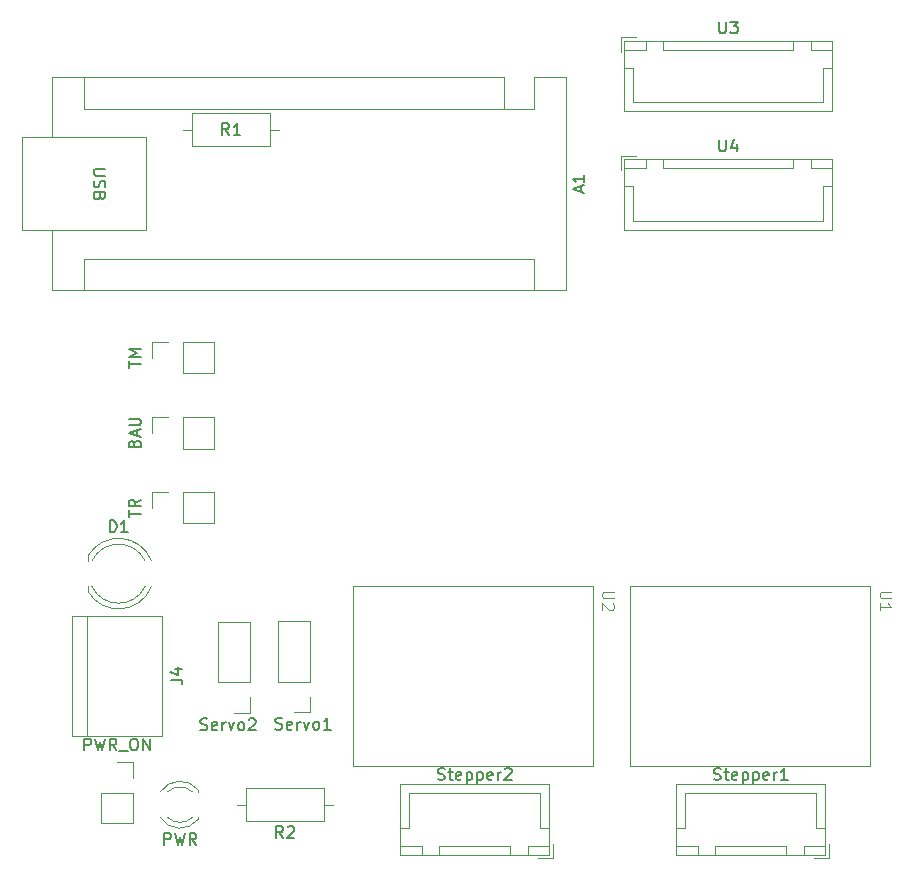
<source format=gbr>
%TF.GenerationSoftware,KiCad,Pcbnew,9.0.0*%
%TF.CreationDate,2025-03-23T18:07:52+01:00*%
%TF.ProjectId,Board_PAMI,426f6172-645f-4504-914d-492e6b696361,V2*%
%TF.SameCoordinates,Original*%
%TF.FileFunction,Legend,Top*%
%TF.FilePolarity,Positive*%
%FSLAX46Y46*%
G04 Gerber Fmt 4.6, Leading zero omitted, Abs format (unit mm)*
G04 Created by KiCad (PCBNEW 9.0.0) date 2025-03-23 18:07:52*
%MOMM*%
%LPD*%
G01*
G04 APERTURE LIST*
%ADD10C,0.150000*%
%ADD11C,0.100000*%
%ADD12C,0.120000*%
G04 APERTURE END LIST*
D10*
X177988095Y-57904819D02*
X177988095Y-58714342D01*
X177988095Y-58714342D02*
X178035714Y-58809580D01*
X178035714Y-58809580D02*
X178083333Y-58857200D01*
X178083333Y-58857200D02*
X178178571Y-58904819D01*
X178178571Y-58904819D02*
X178369047Y-58904819D01*
X178369047Y-58904819D02*
X178464285Y-58857200D01*
X178464285Y-58857200D02*
X178511904Y-58809580D01*
X178511904Y-58809580D02*
X178559523Y-58714342D01*
X178559523Y-58714342D02*
X178559523Y-57904819D01*
X178940476Y-57904819D02*
X179559523Y-57904819D01*
X179559523Y-57904819D02*
X179226190Y-58285771D01*
X179226190Y-58285771D02*
X179369047Y-58285771D01*
X179369047Y-58285771D02*
X179464285Y-58333390D01*
X179464285Y-58333390D02*
X179511904Y-58381009D01*
X179511904Y-58381009D02*
X179559523Y-58476247D01*
X179559523Y-58476247D02*
X179559523Y-58714342D01*
X179559523Y-58714342D02*
X179511904Y-58809580D01*
X179511904Y-58809580D02*
X179464285Y-58857200D01*
X179464285Y-58857200D02*
X179369047Y-58904819D01*
X179369047Y-58904819D02*
X179083333Y-58904819D01*
X179083333Y-58904819D02*
X178988095Y-58857200D01*
X178988095Y-58857200D02*
X178940476Y-58809580D01*
X128479009Y-93618952D02*
X128526628Y-93476095D01*
X128526628Y-93476095D02*
X128574247Y-93428476D01*
X128574247Y-93428476D02*
X128669485Y-93380857D01*
X128669485Y-93380857D02*
X128812342Y-93380857D01*
X128812342Y-93380857D02*
X128907580Y-93428476D01*
X128907580Y-93428476D02*
X128955200Y-93476095D01*
X128955200Y-93476095D02*
X129002819Y-93571333D01*
X129002819Y-93571333D02*
X129002819Y-93952285D01*
X129002819Y-93952285D02*
X128002819Y-93952285D01*
X128002819Y-93952285D02*
X128002819Y-93618952D01*
X128002819Y-93618952D02*
X128050438Y-93523714D01*
X128050438Y-93523714D02*
X128098057Y-93476095D01*
X128098057Y-93476095D02*
X128193295Y-93428476D01*
X128193295Y-93428476D02*
X128288533Y-93428476D01*
X128288533Y-93428476D02*
X128383771Y-93476095D01*
X128383771Y-93476095D02*
X128431390Y-93523714D01*
X128431390Y-93523714D02*
X128479009Y-93618952D01*
X128479009Y-93618952D02*
X128479009Y-93952285D01*
X128717104Y-92999904D02*
X128717104Y-92523714D01*
X129002819Y-93095142D02*
X128002819Y-92761809D01*
X128002819Y-92761809D02*
X129002819Y-92428476D01*
X128002819Y-92095142D02*
X128812342Y-92095142D01*
X128812342Y-92095142D02*
X128907580Y-92047523D01*
X128907580Y-92047523D02*
X128955200Y-91999904D01*
X128955200Y-91999904D02*
X129002819Y-91904666D01*
X129002819Y-91904666D02*
X129002819Y-91714190D01*
X129002819Y-91714190D02*
X128955200Y-91618952D01*
X128955200Y-91618952D02*
X128907580Y-91571333D01*
X128907580Y-91571333D02*
X128812342Y-91523714D01*
X128812342Y-91523714D02*
X128002819Y-91523714D01*
X131534819Y-113617333D02*
X132249104Y-113617333D01*
X132249104Y-113617333D02*
X132391961Y-113664952D01*
X132391961Y-113664952D02*
X132487200Y-113760190D01*
X132487200Y-113760190D02*
X132534819Y-113903047D01*
X132534819Y-113903047D02*
X132534819Y-113998285D01*
X131868152Y-112712571D02*
X132534819Y-112712571D01*
X131487200Y-112950666D02*
X132201485Y-113188761D01*
X132201485Y-113188761D02*
X132201485Y-112569714D01*
X124238095Y-119604819D02*
X124238095Y-118604819D01*
X124238095Y-118604819D02*
X124619047Y-118604819D01*
X124619047Y-118604819D02*
X124714285Y-118652438D01*
X124714285Y-118652438D02*
X124761904Y-118700057D01*
X124761904Y-118700057D02*
X124809523Y-118795295D01*
X124809523Y-118795295D02*
X124809523Y-118938152D01*
X124809523Y-118938152D02*
X124761904Y-119033390D01*
X124761904Y-119033390D02*
X124714285Y-119081009D01*
X124714285Y-119081009D02*
X124619047Y-119128628D01*
X124619047Y-119128628D02*
X124238095Y-119128628D01*
X125142857Y-118604819D02*
X125380952Y-119604819D01*
X125380952Y-119604819D02*
X125571428Y-118890533D01*
X125571428Y-118890533D02*
X125761904Y-119604819D01*
X125761904Y-119604819D02*
X126000000Y-118604819D01*
X126952380Y-119604819D02*
X126619047Y-119128628D01*
X126380952Y-119604819D02*
X126380952Y-118604819D01*
X126380952Y-118604819D02*
X126761904Y-118604819D01*
X126761904Y-118604819D02*
X126857142Y-118652438D01*
X126857142Y-118652438D02*
X126904761Y-118700057D01*
X126904761Y-118700057D02*
X126952380Y-118795295D01*
X126952380Y-118795295D02*
X126952380Y-118938152D01*
X126952380Y-118938152D02*
X126904761Y-119033390D01*
X126904761Y-119033390D02*
X126857142Y-119081009D01*
X126857142Y-119081009D02*
X126761904Y-119128628D01*
X126761904Y-119128628D02*
X126380952Y-119128628D01*
X127142857Y-119700057D02*
X127904761Y-119700057D01*
X128333333Y-118604819D02*
X128523809Y-118604819D01*
X128523809Y-118604819D02*
X128619047Y-118652438D01*
X128619047Y-118652438D02*
X128714285Y-118747676D01*
X128714285Y-118747676D02*
X128761904Y-118938152D01*
X128761904Y-118938152D02*
X128761904Y-119271485D01*
X128761904Y-119271485D02*
X128714285Y-119461961D01*
X128714285Y-119461961D02*
X128619047Y-119557200D01*
X128619047Y-119557200D02*
X128523809Y-119604819D01*
X128523809Y-119604819D02*
X128333333Y-119604819D01*
X128333333Y-119604819D02*
X128238095Y-119557200D01*
X128238095Y-119557200D02*
X128142857Y-119461961D01*
X128142857Y-119461961D02*
X128095238Y-119271485D01*
X128095238Y-119271485D02*
X128095238Y-118938152D01*
X128095238Y-118938152D02*
X128142857Y-118747676D01*
X128142857Y-118747676D02*
X128238095Y-118652438D01*
X128238095Y-118652438D02*
X128333333Y-118604819D01*
X129190476Y-119604819D02*
X129190476Y-118604819D01*
X129190476Y-118604819D02*
X129761904Y-119604819D01*
X129761904Y-119604819D02*
X129761904Y-118604819D01*
X128002819Y-87217142D02*
X128002819Y-86645714D01*
X129002819Y-86931428D02*
X128002819Y-86931428D01*
X129002819Y-86312380D02*
X128002819Y-86312380D01*
X128002819Y-86312380D02*
X128717104Y-85979047D01*
X128717104Y-85979047D02*
X128002819Y-85645714D01*
X128002819Y-85645714D02*
X129002819Y-85645714D01*
D11*
X192566580Y-106172095D02*
X191757057Y-106172095D01*
X191757057Y-106172095D02*
X191661819Y-106219714D01*
X191661819Y-106219714D02*
X191614200Y-106267333D01*
X191614200Y-106267333D02*
X191566580Y-106362571D01*
X191566580Y-106362571D02*
X191566580Y-106553047D01*
X191566580Y-106553047D02*
X191614200Y-106648285D01*
X191614200Y-106648285D02*
X191661819Y-106695904D01*
X191661819Y-106695904D02*
X191757057Y-106743523D01*
X191757057Y-106743523D02*
X192566580Y-106743523D01*
X191566580Y-107743523D02*
X191566580Y-107172095D01*
X191566580Y-107457809D02*
X192566580Y-107457809D01*
X192566580Y-107457809D02*
X192423723Y-107362571D01*
X192423723Y-107362571D02*
X192328485Y-107267333D01*
X192328485Y-107267333D02*
X192280866Y-107172095D01*
D10*
X126388905Y-101142819D02*
X126388905Y-100142819D01*
X126388905Y-100142819D02*
X126627000Y-100142819D01*
X126627000Y-100142819D02*
X126769857Y-100190438D01*
X126769857Y-100190438D02*
X126865095Y-100285676D01*
X126865095Y-100285676D02*
X126912714Y-100380914D01*
X126912714Y-100380914D02*
X126960333Y-100571390D01*
X126960333Y-100571390D02*
X126960333Y-100714247D01*
X126960333Y-100714247D02*
X126912714Y-100904723D01*
X126912714Y-100904723D02*
X126865095Y-100999961D01*
X126865095Y-100999961D02*
X126769857Y-101095200D01*
X126769857Y-101095200D02*
X126627000Y-101142819D01*
X126627000Y-101142819D02*
X126388905Y-101142819D01*
X127912714Y-101142819D02*
X127341286Y-101142819D01*
X127627000Y-101142819D02*
X127627000Y-100142819D01*
X127627000Y-100142819D02*
X127531762Y-100285676D01*
X127531762Y-100285676D02*
X127436524Y-100380914D01*
X127436524Y-100380914D02*
X127341286Y-100428533D01*
X154166952Y-122073200D02*
X154309809Y-122120819D01*
X154309809Y-122120819D02*
X154547904Y-122120819D01*
X154547904Y-122120819D02*
X154643142Y-122073200D01*
X154643142Y-122073200D02*
X154690761Y-122025580D01*
X154690761Y-122025580D02*
X154738380Y-121930342D01*
X154738380Y-121930342D02*
X154738380Y-121835104D01*
X154738380Y-121835104D02*
X154690761Y-121739866D01*
X154690761Y-121739866D02*
X154643142Y-121692247D01*
X154643142Y-121692247D02*
X154547904Y-121644628D01*
X154547904Y-121644628D02*
X154357428Y-121597009D01*
X154357428Y-121597009D02*
X154262190Y-121549390D01*
X154262190Y-121549390D02*
X154214571Y-121501771D01*
X154214571Y-121501771D02*
X154166952Y-121406533D01*
X154166952Y-121406533D02*
X154166952Y-121311295D01*
X154166952Y-121311295D02*
X154214571Y-121216057D01*
X154214571Y-121216057D02*
X154262190Y-121168438D01*
X154262190Y-121168438D02*
X154357428Y-121120819D01*
X154357428Y-121120819D02*
X154595523Y-121120819D01*
X154595523Y-121120819D02*
X154738380Y-121168438D01*
X155024095Y-121454152D02*
X155405047Y-121454152D01*
X155166952Y-121120819D02*
X155166952Y-121977961D01*
X155166952Y-121977961D02*
X155214571Y-122073200D01*
X155214571Y-122073200D02*
X155309809Y-122120819D01*
X155309809Y-122120819D02*
X155405047Y-122120819D01*
X156119333Y-122073200D02*
X156024095Y-122120819D01*
X156024095Y-122120819D02*
X155833619Y-122120819D01*
X155833619Y-122120819D02*
X155738381Y-122073200D01*
X155738381Y-122073200D02*
X155690762Y-121977961D01*
X155690762Y-121977961D02*
X155690762Y-121597009D01*
X155690762Y-121597009D02*
X155738381Y-121501771D01*
X155738381Y-121501771D02*
X155833619Y-121454152D01*
X155833619Y-121454152D02*
X156024095Y-121454152D01*
X156024095Y-121454152D02*
X156119333Y-121501771D01*
X156119333Y-121501771D02*
X156166952Y-121597009D01*
X156166952Y-121597009D02*
X156166952Y-121692247D01*
X156166952Y-121692247D02*
X155690762Y-121787485D01*
X156595524Y-121454152D02*
X156595524Y-122454152D01*
X156595524Y-121501771D02*
X156690762Y-121454152D01*
X156690762Y-121454152D02*
X156881238Y-121454152D01*
X156881238Y-121454152D02*
X156976476Y-121501771D01*
X156976476Y-121501771D02*
X157024095Y-121549390D01*
X157024095Y-121549390D02*
X157071714Y-121644628D01*
X157071714Y-121644628D02*
X157071714Y-121930342D01*
X157071714Y-121930342D02*
X157024095Y-122025580D01*
X157024095Y-122025580D02*
X156976476Y-122073200D01*
X156976476Y-122073200D02*
X156881238Y-122120819D01*
X156881238Y-122120819D02*
X156690762Y-122120819D01*
X156690762Y-122120819D02*
X156595524Y-122073200D01*
X157500286Y-121454152D02*
X157500286Y-122454152D01*
X157500286Y-121501771D02*
X157595524Y-121454152D01*
X157595524Y-121454152D02*
X157786000Y-121454152D01*
X157786000Y-121454152D02*
X157881238Y-121501771D01*
X157881238Y-121501771D02*
X157928857Y-121549390D01*
X157928857Y-121549390D02*
X157976476Y-121644628D01*
X157976476Y-121644628D02*
X157976476Y-121930342D01*
X157976476Y-121930342D02*
X157928857Y-122025580D01*
X157928857Y-122025580D02*
X157881238Y-122073200D01*
X157881238Y-122073200D02*
X157786000Y-122120819D01*
X157786000Y-122120819D02*
X157595524Y-122120819D01*
X157595524Y-122120819D02*
X157500286Y-122073200D01*
X158786000Y-122073200D02*
X158690762Y-122120819D01*
X158690762Y-122120819D02*
X158500286Y-122120819D01*
X158500286Y-122120819D02*
X158405048Y-122073200D01*
X158405048Y-122073200D02*
X158357429Y-121977961D01*
X158357429Y-121977961D02*
X158357429Y-121597009D01*
X158357429Y-121597009D02*
X158405048Y-121501771D01*
X158405048Y-121501771D02*
X158500286Y-121454152D01*
X158500286Y-121454152D02*
X158690762Y-121454152D01*
X158690762Y-121454152D02*
X158786000Y-121501771D01*
X158786000Y-121501771D02*
X158833619Y-121597009D01*
X158833619Y-121597009D02*
X158833619Y-121692247D01*
X158833619Y-121692247D02*
X158357429Y-121787485D01*
X159262191Y-122120819D02*
X159262191Y-121454152D01*
X159262191Y-121644628D02*
X159309810Y-121549390D01*
X159309810Y-121549390D02*
X159357429Y-121501771D01*
X159357429Y-121501771D02*
X159452667Y-121454152D01*
X159452667Y-121454152D02*
X159547905Y-121454152D01*
X159833620Y-121216057D02*
X159881239Y-121168438D01*
X159881239Y-121168438D02*
X159976477Y-121120819D01*
X159976477Y-121120819D02*
X160214572Y-121120819D01*
X160214572Y-121120819D02*
X160309810Y-121168438D01*
X160309810Y-121168438D02*
X160357429Y-121216057D01*
X160357429Y-121216057D02*
X160405048Y-121311295D01*
X160405048Y-121311295D02*
X160405048Y-121406533D01*
X160405048Y-121406533D02*
X160357429Y-121549390D01*
X160357429Y-121549390D02*
X159786001Y-122120819D01*
X159786001Y-122120819D02*
X160405048Y-122120819D01*
X136485333Y-67510819D02*
X136152000Y-67034628D01*
X135913905Y-67510819D02*
X135913905Y-66510819D01*
X135913905Y-66510819D02*
X136294857Y-66510819D01*
X136294857Y-66510819D02*
X136390095Y-66558438D01*
X136390095Y-66558438D02*
X136437714Y-66606057D01*
X136437714Y-66606057D02*
X136485333Y-66701295D01*
X136485333Y-66701295D02*
X136485333Y-66844152D01*
X136485333Y-66844152D02*
X136437714Y-66939390D01*
X136437714Y-66939390D02*
X136390095Y-66987009D01*
X136390095Y-66987009D02*
X136294857Y-67034628D01*
X136294857Y-67034628D02*
X135913905Y-67034628D01*
X137437714Y-67510819D02*
X136866286Y-67510819D01*
X137152000Y-67510819D02*
X137152000Y-66510819D01*
X137152000Y-66510819D02*
X137056762Y-66653676D01*
X137056762Y-66653676D02*
X136961524Y-66748914D01*
X136961524Y-66748914D02*
X136866286Y-66796533D01*
X131000667Y-127620819D02*
X131000667Y-126620819D01*
X131000667Y-126620819D02*
X131381619Y-126620819D01*
X131381619Y-126620819D02*
X131476857Y-126668438D01*
X131476857Y-126668438D02*
X131524476Y-126716057D01*
X131524476Y-126716057D02*
X131572095Y-126811295D01*
X131572095Y-126811295D02*
X131572095Y-126954152D01*
X131572095Y-126954152D02*
X131524476Y-127049390D01*
X131524476Y-127049390D02*
X131476857Y-127097009D01*
X131476857Y-127097009D02*
X131381619Y-127144628D01*
X131381619Y-127144628D02*
X131000667Y-127144628D01*
X131905429Y-126620819D02*
X132143524Y-127620819D01*
X132143524Y-127620819D02*
X132334000Y-126906533D01*
X132334000Y-126906533D02*
X132524476Y-127620819D01*
X132524476Y-127620819D02*
X132762572Y-126620819D01*
X133714952Y-127620819D02*
X133381619Y-127144628D01*
X133143524Y-127620819D02*
X133143524Y-126620819D01*
X133143524Y-126620819D02*
X133524476Y-126620819D01*
X133524476Y-126620819D02*
X133619714Y-126668438D01*
X133619714Y-126668438D02*
X133667333Y-126716057D01*
X133667333Y-126716057D02*
X133714952Y-126811295D01*
X133714952Y-126811295D02*
X133714952Y-126954152D01*
X133714952Y-126954152D02*
X133667333Y-127049390D01*
X133667333Y-127049390D02*
X133619714Y-127097009D01*
X133619714Y-127097009D02*
X133524476Y-127144628D01*
X133524476Y-127144628D02*
X133143524Y-127144628D01*
X177534952Y-122073200D02*
X177677809Y-122120819D01*
X177677809Y-122120819D02*
X177915904Y-122120819D01*
X177915904Y-122120819D02*
X178011142Y-122073200D01*
X178011142Y-122073200D02*
X178058761Y-122025580D01*
X178058761Y-122025580D02*
X178106380Y-121930342D01*
X178106380Y-121930342D02*
X178106380Y-121835104D01*
X178106380Y-121835104D02*
X178058761Y-121739866D01*
X178058761Y-121739866D02*
X178011142Y-121692247D01*
X178011142Y-121692247D02*
X177915904Y-121644628D01*
X177915904Y-121644628D02*
X177725428Y-121597009D01*
X177725428Y-121597009D02*
X177630190Y-121549390D01*
X177630190Y-121549390D02*
X177582571Y-121501771D01*
X177582571Y-121501771D02*
X177534952Y-121406533D01*
X177534952Y-121406533D02*
X177534952Y-121311295D01*
X177534952Y-121311295D02*
X177582571Y-121216057D01*
X177582571Y-121216057D02*
X177630190Y-121168438D01*
X177630190Y-121168438D02*
X177725428Y-121120819D01*
X177725428Y-121120819D02*
X177963523Y-121120819D01*
X177963523Y-121120819D02*
X178106380Y-121168438D01*
X178392095Y-121454152D02*
X178773047Y-121454152D01*
X178534952Y-121120819D02*
X178534952Y-121977961D01*
X178534952Y-121977961D02*
X178582571Y-122073200D01*
X178582571Y-122073200D02*
X178677809Y-122120819D01*
X178677809Y-122120819D02*
X178773047Y-122120819D01*
X179487333Y-122073200D02*
X179392095Y-122120819D01*
X179392095Y-122120819D02*
X179201619Y-122120819D01*
X179201619Y-122120819D02*
X179106381Y-122073200D01*
X179106381Y-122073200D02*
X179058762Y-121977961D01*
X179058762Y-121977961D02*
X179058762Y-121597009D01*
X179058762Y-121597009D02*
X179106381Y-121501771D01*
X179106381Y-121501771D02*
X179201619Y-121454152D01*
X179201619Y-121454152D02*
X179392095Y-121454152D01*
X179392095Y-121454152D02*
X179487333Y-121501771D01*
X179487333Y-121501771D02*
X179534952Y-121597009D01*
X179534952Y-121597009D02*
X179534952Y-121692247D01*
X179534952Y-121692247D02*
X179058762Y-121787485D01*
X179963524Y-121454152D02*
X179963524Y-122454152D01*
X179963524Y-121501771D02*
X180058762Y-121454152D01*
X180058762Y-121454152D02*
X180249238Y-121454152D01*
X180249238Y-121454152D02*
X180344476Y-121501771D01*
X180344476Y-121501771D02*
X180392095Y-121549390D01*
X180392095Y-121549390D02*
X180439714Y-121644628D01*
X180439714Y-121644628D02*
X180439714Y-121930342D01*
X180439714Y-121930342D02*
X180392095Y-122025580D01*
X180392095Y-122025580D02*
X180344476Y-122073200D01*
X180344476Y-122073200D02*
X180249238Y-122120819D01*
X180249238Y-122120819D02*
X180058762Y-122120819D01*
X180058762Y-122120819D02*
X179963524Y-122073200D01*
X180868286Y-121454152D02*
X180868286Y-122454152D01*
X180868286Y-121501771D02*
X180963524Y-121454152D01*
X180963524Y-121454152D02*
X181154000Y-121454152D01*
X181154000Y-121454152D02*
X181249238Y-121501771D01*
X181249238Y-121501771D02*
X181296857Y-121549390D01*
X181296857Y-121549390D02*
X181344476Y-121644628D01*
X181344476Y-121644628D02*
X181344476Y-121930342D01*
X181344476Y-121930342D02*
X181296857Y-122025580D01*
X181296857Y-122025580D02*
X181249238Y-122073200D01*
X181249238Y-122073200D02*
X181154000Y-122120819D01*
X181154000Y-122120819D02*
X180963524Y-122120819D01*
X180963524Y-122120819D02*
X180868286Y-122073200D01*
X182154000Y-122073200D02*
X182058762Y-122120819D01*
X182058762Y-122120819D02*
X181868286Y-122120819D01*
X181868286Y-122120819D02*
X181773048Y-122073200D01*
X181773048Y-122073200D02*
X181725429Y-121977961D01*
X181725429Y-121977961D02*
X181725429Y-121597009D01*
X181725429Y-121597009D02*
X181773048Y-121501771D01*
X181773048Y-121501771D02*
X181868286Y-121454152D01*
X181868286Y-121454152D02*
X182058762Y-121454152D01*
X182058762Y-121454152D02*
X182154000Y-121501771D01*
X182154000Y-121501771D02*
X182201619Y-121597009D01*
X182201619Y-121597009D02*
X182201619Y-121692247D01*
X182201619Y-121692247D02*
X181725429Y-121787485D01*
X182630191Y-122120819D02*
X182630191Y-121454152D01*
X182630191Y-121644628D02*
X182677810Y-121549390D01*
X182677810Y-121549390D02*
X182725429Y-121501771D01*
X182725429Y-121501771D02*
X182820667Y-121454152D01*
X182820667Y-121454152D02*
X182915905Y-121454152D01*
X183773048Y-122120819D02*
X183201620Y-122120819D01*
X183487334Y-122120819D02*
X183487334Y-121120819D01*
X183487334Y-121120819D02*
X183392096Y-121263676D01*
X183392096Y-121263676D02*
X183296858Y-121358914D01*
X183296858Y-121358914D02*
X183201620Y-121406533D01*
D11*
X169072580Y-106172095D02*
X168263057Y-106172095D01*
X168263057Y-106172095D02*
X168167819Y-106219714D01*
X168167819Y-106219714D02*
X168120200Y-106267333D01*
X168120200Y-106267333D02*
X168072580Y-106362571D01*
X168072580Y-106362571D02*
X168072580Y-106553047D01*
X168072580Y-106553047D02*
X168120200Y-106648285D01*
X168120200Y-106648285D02*
X168167819Y-106695904D01*
X168167819Y-106695904D02*
X168263057Y-106743523D01*
X168263057Y-106743523D02*
X169072580Y-106743523D01*
X168977342Y-107172095D02*
X169024961Y-107219714D01*
X169024961Y-107219714D02*
X169072580Y-107314952D01*
X169072580Y-107314952D02*
X169072580Y-107553047D01*
X169072580Y-107553047D02*
X169024961Y-107648285D01*
X169024961Y-107648285D02*
X168977342Y-107695904D01*
X168977342Y-107695904D02*
X168882104Y-107743523D01*
X168882104Y-107743523D02*
X168786866Y-107743523D01*
X168786866Y-107743523D02*
X168644009Y-107695904D01*
X168644009Y-107695904D02*
X168072580Y-107124476D01*
X168072580Y-107124476D02*
X168072580Y-107743523D01*
D10*
X140414666Y-117799200D02*
X140557523Y-117846819D01*
X140557523Y-117846819D02*
X140795618Y-117846819D01*
X140795618Y-117846819D02*
X140890856Y-117799200D01*
X140890856Y-117799200D02*
X140938475Y-117751580D01*
X140938475Y-117751580D02*
X140986094Y-117656342D01*
X140986094Y-117656342D02*
X140986094Y-117561104D01*
X140986094Y-117561104D02*
X140938475Y-117465866D01*
X140938475Y-117465866D02*
X140890856Y-117418247D01*
X140890856Y-117418247D02*
X140795618Y-117370628D01*
X140795618Y-117370628D02*
X140605142Y-117323009D01*
X140605142Y-117323009D02*
X140509904Y-117275390D01*
X140509904Y-117275390D02*
X140462285Y-117227771D01*
X140462285Y-117227771D02*
X140414666Y-117132533D01*
X140414666Y-117132533D02*
X140414666Y-117037295D01*
X140414666Y-117037295D02*
X140462285Y-116942057D01*
X140462285Y-116942057D02*
X140509904Y-116894438D01*
X140509904Y-116894438D02*
X140605142Y-116846819D01*
X140605142Y-116846819D02*
X140843237Y-116846819D01*
X140843237Y-116846819D02*
X140986094Y-116894438D01*
X141795618Y-117799200D02*
X141700380Y-117846819D01*
X141700380Y-117846819D02*
X141509904Y-117846819D01*
X141509904Y-117846819D02*
X141414666Y-117799200D01*
X141414666Y-117799200D02*
X141367047Y-117703961D01*
X141367047Y-117703961D02*
X141367047Y-117323009D01*
X141367047Y-117323009D02*
X141414666Y-117227771D01*
X141414666Y-117227771D02*
X141509904Y-117180152D01*
X141509904Y-117180152D02*
X141700380Y-117180152D01*
X141700380Y-117180152D02*
X141795618Y-117227771D01*
X141795618Y-117227771D02*
X141843237Y-117323009D01*
X141843237Y-117323009D02*
X141843237Y-117418247D01*
X141843237Y-117418247D02*
X141367047Y-117513485D01*
X142271809Y-117846819D02*
X142271809Y-117180152D01*
X142271809Y-117370628D02*
X142319428Y-117275390D01*
X142319428Y-117275390D02*
X142367047Y-117227771D01*
X142367047Y-117227771D02*
X142462285Y-117180152D01*
X142462285Y-117180152D02*
X142557523Y-117180152D01*
X142795619Y-117180152D02*
X143033714Y-117846819D01*
X143033714Y-117846819D02*
X143271809Y-117180152D01*
X143795619Y-117846819D02*
X143700381Y-117799200D01*
X143700381Y-117799200D02*
X143652762Y-117751580D01*
X143652762Y-117751580D02*
X143605143Y-117656342D01*
X143605143Y-117656342D02*
X143605143Y-117370628D01*
X143605143Y-117370628D02*
X143652762Y-117275390D01*
X143652762Y-117275390D02*
X143700381Y-117227771D01*
X143700381Y-117227771D02*
X143795619Y-117180152D01*
X143795619Y-117180152D02*
X143938476Y-117180152D01*
X143938476Y-117180152D02*
X144033714Y-117227771D01*
X144033714Y-117227771D02*
X144081333Y-117275390D01*
X144081333Y-117275390D02*
X144128952Y-117370628D01*
X144128952Y-117370628D02*
X144128952Y-117656342D01*
X144128952Y-117656342D02*
X144081333Y-117751580D01*
X144081333Y-117751580D02*
X144033714Y-117799200D01*
X144033714Y-117799200D02*
X143938476Y-117846819D01*
X143938476Y-117846819D02*
X143795619Y-117846819D01*
X145081333Y-117846819D02*
X144509905Y-117846819D01*
X144795619Y-117846819D02*
X144795619Y-116846819D01*
X144795619Y-116846819D02*
X144700381Y-116989676D01*
X144700381Y-116989676D02*
X144605143Y-117084914D01*
X144605143Y-117084914D02*
X144509905Y-117132533D01*
X134064666Y-117861200D02*
X134207523Y-117908819D01*
X134207523Y-117908819D02*
X134445618Y-117908819D01*
X134445618Y-117908819D02*
X134540856Y-117861200D01*
X134540856Y-117861200D02*
X134588475Y-117813580D01*
X134588475Y-117813580D02*
X134636094Y-117718342D01*
X134636094Y-117718342D02*
X134636094Y-117623104D01*
X134636094Y-117623104D02*
X134588475Y-117527866D01*
X134588475Y-117527866D02*
X134540856Y-117480247D01*
X134540856Y-117480247D02*
X134445618Y-117432628D01*
X134445618Y-117432628D02*
X134255142Y-117385009D01*
X134255142Y-117385009D02*
X134159904Y-117337390D01*
X134159904Y-117337390D02*
X134112285Y-117289771D01*
X134112285Y-117289771D02*
X134064666Y-117194533D01*
X134064666Y-117194533D02*
X134064666Y-117099295D01*
X134064666Y-117099295D02*
X134112285Y-117004057D01*
X134112285Y-117004057D02*
X134159904Y-116956438D01*
X134159904Y-116956438D02*
X134255142Y-116908819D01*
X134255142Y-116908819D02*
X134493237Y-116908819D01*
X134493237Y-116908819D02*
X134636094Y-116956438D01*
X135445618Y-117861200D02*
X135350380Y-117908819D01*
X135350380Y-117908819D02*
X135159904Y-117908819D01*
X135159904Y-117908819D02*
X135064666Y-117861200D01*
X135064666Y-117861200D02*
X135017047Y-117765961D01*
X135017047Y-117765961D02*
X135017047Y-117385009D01*
X135017047Y-117385009D02*
X135064666Y-117289771D01*
X135064666Y-117289771D02*
X135159904Y-117242152D01*
X135159904Y-117242152D02*
X135350380Y-117242152D01*
X135350380Y-117242152D02*
X135445618Y-117289771D01*
X135445618Y-117289771D02*
X135493237Y-117385009D01*
X135493237Y-117385009D02*
X135493237Y-117480247D01*
X135493237Y-117480247D02*
X135017047Y-117575485D01*
X135921809Y-117908819D02*
X135921809Y-117242152D01*
X135921809Y-117432628D02*
X135969428Y-117337390D01*
X135969428Y-117337390D02*
X136017047Y-117289771D01*
X136017047Y-117289771D02*
X136112285Y-117242152D01*
X136112285Y-117242152D02*
X136207523Y-117242152D01*
X136445619Y-117242152D02*
X136683714Y-117908819D01*
X136683714Y-117908819D02*
X136921809Y-117242152D01*
X137445619Y-117908819D02*
X137350381Y-117861200D01*
X137350381Y-117861200D02*
X137302762Y-117813580D01*
X137302762Y-117813580D02*
X137255143Y-117718342D01*
X137255143Y-117718342D02*
X137255143Y-117432628D01*
X137255143Y-117432628D02*
X137302762Y-117337390D01*
X137302762Y-117337390D02*
X137350381Y-117289771D01*
X137350381Y-117289771D02*
X137445619Y-117242152D01*
X137445619Y-117242152D02*
X137588476Y-117242152D01*
X137588476Y-117242152D02*
X137683714Y-117289771D01*
X137683714Y-117289771D02*
X137731333Y-117337390D01*
X137731333Y-117337390D02*
X137778952Y-117432628D01*
X137778952Y-117432628D02*
X137778952Y-117718342D01*
X137778952Y-117718342D02*
X137731333Y-117813580D01*
X137731333Y-117813580D02*
X137683714Y-117861200D01*
X137683714Y-117861200D02*
X137588476Y-117908819D01*
X137588476Y-117908819D02*
X137445619Y-117908819D01*
X138159905Y-117004057D02*
X138207524Y-116956438D01*
X138207524Y-116956438D02*
X138302762Y-116908819D01*
X138302762Y-116908819D02*
X138540857Y-116908819D01*
X138540857Y-116908819D02*
X138636095Y-116956438D01*
X138636095Y-116956438D02*
X138683714Y-117004057D01*
X138683714Y-117004057D02*
X138731333Y-117099295D01*
X138731333Y-117099295D02*
X138731333Y-117194533D01*
X138731333Y-117194533D02*
X138683714Y-117337390D01*
X138683714Y-117337390D02*
X138112286Y-117908819D01*
X138112286Y-117908819D02*
X138731333Y-117908819D01*
X128002819Y-99845713D02*
X128002819Y-99274285D01*
X129002819Y-99559999D02*
X128002819Y-99559999D01*
X129002819Y-98369523D02*
X128526628Y-98702856D01*
X129002819Y-98940951D02*
X128002819Y-98940951D01*
X128002819Y-98940951D02*
X128002819Y-98559999D01*
X128002819Y-98559999D02*
X128050438Y-98464761D01*
X128050438Y-98464761D02*
X128098057Y-98417142D01*
X128098057Y-98417142D02*
X128193295Y-98369523D01*
X128193295Y-98369523D02*
X128336152Y-98369523D01*
X128336152Y-98369523D02*
X128431390Y-98417142D01*
X128431390Y-98417142D02*
X128479009Y-98464761D01*
X128479009Y-98464761D02*
X128526628Y-98559999D01*
X128526628Y-98559999D02*
X128526628Y-98940951D01*
X141057333Y-127030819D02*
X140724000Y-126554628D01*
X140485905Y-127030819D02*
X140485905Y-126030819D01*
X140485905Y-126030819D02*
X140866857Y-126030819D01*
X140866857Y-126030819D02*
X140962095Y-126078438D01*
X140962095Y-126078438D02*
X141009714Y-126126057D01*
X141009714Y-126126057D02*
X141057333Y-126221295D01*
X141057333Y-126221295D02*
X141057333Y-126364152D01*
X141057333Y-126364152D02*
X141009714Y-126459390D01*
X141009714Y-126459390D02*
X140962095Y-126507009D01*
X140962095Y-126507009D02*
X140866857Y-126554628D01*
X140866857Y-126554628D02*
X140485905Y-126554628D01*
X141438286Y-126126057D02*
X141485905Y-126078438D01*
X141485905Y-126078438D02*
X141581143Y-126030819D01*
X141581143Y-126030819D02*
X141819238Y-126030819D01*
X141819238Y-126030819D02*
X141914476Y-126078438D01*
X141914476Y-126078438D02*
X141962095Y-126126057D01*
X141962095Y-126126057D02*
X142009714Y-126221295D01*
X142009714Y-126221295D02*
X142009714Y-126316533D01*
X142009714Y-126316533D02*
X141962095Y-126459390D01*
X141962095Y-126459390D02*
X141390667Y-127030819D01*
X141390667Y-127030819D02*
X142009714Y-127030819D01*
X177988095Y-67904819D02*
X177988095Y-68714342D01*
X177988095Y-68714342D02*
X178035714Y-68809580D01*
X178035714Y-68809580D02*
X178083333Y-68857200D01*
X178083333Y-68857200D02*
X178178571Y-68904819D01*
X178178571Y-68904819D02*
X178369047Y-68904819D01*
X178369047Y-68904819D02*
X178464285Y-68857200D01*
X178464285Y-68857200D02*
X178511904Y-68809580D01*
X178511904Y-68809580D02*
X178559523Y-68714342D01*
X178559523Y-68714342D02*
X178559523Y-67904819D01*
X179464285Y-68238152D02*
X179464285Y-68904819D01*
X179226190Y-67857200D02*
X178988095Y-68571485D01*
X178988095Y-68571485D02*
X179607142Y-68571485D01*
X166285104Y-72342285D02*
X166285104Y-71866095D01*
X166570819Y-72437523D02*
X165570819Y-72104190D01*
X165570819Y-72104190D02*
X166570819Y-71770857D01*
X166570819Y-70913714D02*
X166570819Y-71485142D01*
X166570819Y-71199428D02*
X165570819Y-71199428D01*
X165570819Y-71199428D02*
X165713676Y-71294666D01*
X165713676Y-71294666D02*
X165808914Y-71389904D01*
X165808914Y-71389904D02*
X165856533Y-71485142D01*
X126021180Y-70366095D02*
X125211657Y-70366095D01*
X125211657Y-70366095D02*
X125116419Y-70413714D01*
X125116419Y-70413714D02*
X125068800Y-70461333D01*
X125068800Y-70461333D02*
X125021180Y-70556571D01*
X125021180Y-70556571D02*
X125021180Y-70747047D01*
X125021180Y-70747047D02*
X125068800Y-70842285D01*
X125068800Y-70842285D02*
X125116419Y-70889904D01*
X125116419Y-70889904D02*
X125211657Y-70937523D01*
X125211657Y-70937523D02*
X126021180Y-70937523D01*
X125068800Y-71366095D02*
X125021180Y-71508952D01*
X125021180Y-71508952D02*
X125021180Y-71747047D01*
X125021180Y-71747047D02*
X125068800Y-71842285D01*
X125068800Y-71842285D02*
X125116419Y-71889904D01*
X125116419Y-71889904D02*
X125211657Y-71937523D01*
X125211657Y-71937523D02*
X125306895Y-71937523D01*
X125306895Y-71937523D02*
X125402133Y-71889904D01*
X125402133Y-71889904D02*
X125449752Y-71842285D01*
X125449752Y-71842285D02*
X125497371Y-71747047D01*
X125497371Y-71747047D02*
X125544990Y-71556571D01*
X125544990Y-71556571D02*
X125592609Y-71461333D01*
X125592609Y-71461333D02*
X125640228Y-71413714D01*
X125640228Y-71413714D02*
X125735466Y-71366095D01*
X125735466Y-71366095D02*
X125830704Y-71366095D01*
X125830704Y-71366095D02*
X125925942Y-71413714D01*
X125925942Y-71413714D02*
X125973561Y-71461333D01*
X125973561Y-71461333D02*
X126021180Y-71556571D01*
X126021180Y-71556571D02*
X126021180Y-71794666D01*
X126021180Y-71794666D02*
X125973561Y-71937523D01*
X125544990Y-72699428D02*
X125497371Y-72842285D01*
X125497371Y-72842285D02*
X125449752Y-72889904D01*
X125449752Y-72889904D02*
X125354514Y-72937523D01*
X125354514Y-72937523D02*
X125211657Y-72937523D01*
X125211657Y-72937523D02*
X125116419Y-72889904D01*
X125116419Y-72889904D02*
X125068800Y-72842285D01*
X125068800Y-72842285D02*
X125021180Y-72747047D01*
X125021180Y-72747047D02*
X125021180Y-72366095D01*
X125021180Y-72366095D02*
X126021180Y-72366095D01*
X126021180Y-72366095D02*
X126021180Y-72699428D01*
X126021180Y-72699428D02*
X125973561Y-72794666D01*
X125973561Y-72794666D02*
X125925942Y-72842285D01*
X125925942Y-72842285D02*
X125830704Y-72889904D01*
X125830704Y-72889904D02*
X125735466Y-72889904D01*
X125735466Y-72889904D02*
X125640228Y-72842285D01*
X125640228Y-72842285D02*
X125592609Y-72794666D01*
X125592609Y-72794666D02*
X125544990Y-72699428D01*
X125544990Y-72699428D02*
X125544990Y-72366095D01*
D12*
%TO.C,U3*%
X169650000Y-59250000D02*
X169650000Y-60500000D01*
X169940000Y-59540000D02*
X169940000Y-65510000D01*
X169940000Y-65510000D02*
X187560000Y-65510000D01*
X169950000Y-59550000D02*
X169950000Y-60300000D01*
X169950000Y-60300000D02*
X171750000Y-60300000D01*
X169950000Y-61800000D02*
X170700000Y-61800000D01*
X170700000Y-61800000D02*
X170700000Y-64750000D01*
X170700000Y-64750000D02*
X178750000Y-64750000D01*
X170900000Y-59250000D02*
X169650000Y-59250000D01*
X171750000Y-59550000D02*
X169950000Y-59550000D01*
X171750000Y-60300000D02*
X171750000Y-59550000D01*
X173250000Y-59550000D02*
X173250000Y-60300000D01*
X173250000Y-60300000D02*
X184250000Y-60300000D01*
X184250000Y-59550000D02*
X173250000Y-59550000D01*
X184250000Y-60300000D02*
X184250000Y-59550000D01*
X185750000Y-59550000D02*
X185750000Y-60300000D01*
X185750000Y-60300000D02*
X187550000Y-60300000D01*
X186800000Y-61800000D02*
X186800000Y-64750000D01*
X186800000Y-64750000D02*
X178750000Y-64750000D01*
X187550000Y-59550000D02*
X185750000Y-59550000D01*
X187550000Y-60300000D02*
X187550000Y-59550000D01*
X187550000Y-61800000D02*
X186800000Y-61800000D01*
X187560000Y-59540000D02*
X169940000Y-59540000D01*
X187560000Y-65510000D02*
X187560000Y-59540000D01*
%TO.C,BAU*%
X129988000Y-91408000D02*
X131318000Y-91408000D01*
X129988000Y-92738000D02*
X129988000Y-91408000D01*
X132588000Y-91408000D02*
X135188000Y-91408000D01*
X132588000Y-94068000D02*
X132588000Y-91408000D01*
X132588000Y-94068000D02*
X135188000Y-94068000D01*
X135188000Y-94068000D02*
X135188000Y-91408000D01*
%TO.C,J4*%
X123190000Y-108204000D02*
X123190000Y-118364000D01*
X123190000Y-118364000D02*
X130810000Y-118364000D01*
X124460000Y-118364000D02*
X124460000Y-108204000D01*
X130810000Y-108204000D02*
X123190000Y-108204000D01*
X130810000Y-118364000D02*
X130810000Y-108204000D01*
%TO.C,PWR_ON*%
X125670000Y-123190000D02*
X125670000Y-125790000D01*
X125670000Y-123190000D02*
X128330000Y-123190000D01*
X125670000Y-125790000D02*
X128330000Y-125790000D01*
X127000000Y-120590000D02*
X128330000Y-120590000D01*
X128330000Y-120590000D02*
X128330000Y-121920000D01*
X128330000Y-123190000D02*
X128330000Y-125790000D01*
%TO.C,TM*%
X129988000Y-85030000D02*
X131318000Y-85030000D01*
X129988000Y-86360000D02*
X129988000Y-85030000D01*
X132588000Y-85030000D02*
X135188000Y-85030000D01*
X132588000Y-87690000D02*
X132588000Y-85030000D01*
X132588000Y-87690000D02*
X135188000Y-87690000D01*
X135188000Y-87690000D02*
X135188000Y-85030000D01*
D11*
%TO.C,U1*%
X170434000Y-105664000D02*
X170434000Y-120904000D01*
X170434000Y-120904000D02*
X190754000Y-120904000D01*
X190754000Y-105664000D02*
X170434000Y-105664000D01*
X190754000Y-120904000D02*
X190754000Y-105664000D01*
D12*
%TO.C,D1*%
X124567000Y-103103000D02*
X124567000Y-103568000D01*
X124567000Y-105728000D02*
X124567000Y-106193000D01*
X124567000Y-103103170D02*
G75*
G02*
X129915107Y-103567925I2560000J-1544830D01*
G01*
X124872316Y-103568000D02*
G75*
G02*
X129381656Y-103567941I2254684J-1080000D01*
G01*
X129381656Y-105728059D02*
G75*
G02*
X124872316Y-105728000I-2254656J1080059D01*
G01*
X129915107Y-105728075D02*
G75*
G02*
X124567000Y-106192830I-2788107J1080075D01*
G01*
%TO.C,Stepper2*%
X150976000Y-122490000D02*
X150976000Y-128460000D01*
X150976000Y-128460000D02*
X163596000Y-128460000D01*
X150986000Y-126200000D02*
X151736000Y-126200000D01*
X150986000Y-127700000D02*
X150986000Y-128450000D01*
X150986000Y-128450000D02*
X152786000Y-128450000D01*
X151736000Y-123250000D02*
X157286000Y-123250000D01*
X151736000Y-126200000D02*
X151736000Y-123250000D01*
X152786000Y-127700000D02*
X150986000Y-127700000D01*
X152786000Y-128450000D02*
X152786000Y-127700000D01*
X154286000Y-127700000D02*
X154286000Y-128450000D01*
X154286000Y-128450000D02*
X160286000Y-128450000D01*
X160286000Y-127700000D02*
X154286000Y-127700000D01*
X160286000Y-128450000D02*
X160286000Y-127700000D01*
X161786000Y-127700000D02*
X161786000Y-128450000D01*
X161786000Y-128450000D02*
X163586000Y-128450000D01*
X162636000Y-128750000D02*
X163886000Y-128750000D01*
X162836000Y-123250000D02*
X157286000Y-123250000D01*
X162836000Y-126200000D02*
X162836000Y-123250000D01*
X163586000Y-126200000D02*
X162836000Y-126200000D01*
X163586000Y-127700000D02*
X161786000Y-127700000D01*
X163586000Y-128450000D02*
X163586000Y-127700000D01*
X163596000Y-122490000D02*
X150976000Y-122490000D01*
X163596000Y-128460000D02*
X163596000Y-122490000D01*
X163886000Y-128750000D02*
X163886000Y-127500000D01*
%TO.C,R1*%
X132612000Y-67056000D02*
X133382000Y-67056000D01*
X133382000Y-65686000D02*
X133382000Y-68426000D01*
X133382000Y-68426000D02*
X139922000Y-68426000D01*
X139922000Y-65686000D02*
X133382000Y-65686000D01*
X139922000Y-68426000D02*
X139922000Y-65686000D01*
X140692000Y-67056000D02*
X139922000Y-67056000D01*
%TO.C,PWR*%
X133894000Y-123126000D02*
X133894000Y-122970000D01*
X133894000Y-125442000D02*
X133894000Y-125286000D01*
X130662603Y-123125939D02*
G75*
G02*
X133894000Y-122970484I1671397J-1080061D01*
G01*
X131293090Y-123125951D02*
G75*
G02*
X133374961Y-123126000I1040910J-1080049D01*
G01*
X133374961Y-125286000D02*
G75*
G02*
X131293090Y-125286049I-1040961J1080000D01*
G01*
X133894000Y-125441516D02*
G75*
G02*
X130662603Y-125286061I-1560000J1235516D01*
G01*
%TO.C,Stepper1*%
X174344000Y-122490000D02*
X174344000Y-128460000D01*
X174344000Y-128460000D02*
X186964000Y-128460000D01*
X174354000Y-126200000D02*
X175104000Y-126200000D01*
X174354000Y-127700000D02*
X174354000Y-128450000D01*
X174354000Y-128450000D02*
X176154000Y-128450000D01*
X175104000Y-123250000D02*
X180654000Y-123250000D01*
X175104000Y-126200000D02*
X175104000Y-123250000D01*
X176154000Y-127700000D02*
X174354000Y-127700000D01*
X176154000Y-128450000D02*
X176154000Y-127700000D01*
X177654000Y-127700000D02*
X177654000Y-128450000D01*
X177654000Y-128450000D02*
X183654000Y-128450000D01*
X183654000Y-127700000D02*
X177654000Y-127700000D01*
X183654000Y-128450000D02*
X183654000Y-127700000D01*
X185154000Y-127700000D02*
X185154000Y-128450000D01*
X185154000Y-128450000D02*
X186954000Y-128450000D01*
X186004000Y-128750000D02*
X187254000Y-128750000D01*
X186204000Y-123250000D02*
X180654000Y-123250000D01*
X186204000Y-126200000D02*
X186204000Y-123250000D01*
X186954000Y-126200000D02*
X186204000Y-126200000D01*
X186954000Y-127700000D02*
X185154000Y-127700000D01*
X186954000Y-128450000D02*
X186954000Y-127700000D01*
X186964000Y-122490000D02*
X174344000Y-122490000D01*
X186964000Y-128460000D02*
X186964000Y-122490000D01*
X187254000Y-128750000D02*
X187254000Y-127500000D01*
D11*
%TO.C,U2*%
X146940000Y-105664000D02*
X146940000Y-120904000D01*
X146940000Y-120904000D02*
X167260000Y-120904000D01*
X167260000Y-105664000D02*
X146940000Y-105664000D01*
X167260000Y-120904000D02*
X167260000Y-105664000D01*
D12*
%TO.C,Servo1*%
X140656000Y-113792000D02*
X140656000Y-108652000D01*
X143316000Y-108652000D02*
X140656000Y-108652000D01*
X143316000Y-113792000D02*
X140656000Y-113792000D01*
X143316000Y-113792000D02*
X143316000Y-108652000D01*
X143316000Y-115062000D02*
X143316000Y-116392000D01*
X143316000Y-116392000D02*
X141986000Y-116392000D01*
%TO.C,Servo2*%
X135562000Y-113854000D02*
X135562000Y-108714000D01*
X138222000Y-108714000D02*
X135562000Y-108714000D01*
X138222000Y-113854000D02*
X135562000Y-113854000D01*
X138222000Y-113854000D02*
X138222000Y-108714000D01*
X138222000Y-115124000D02*
X138222000Y-116454000D01*
X138222000Y-116454000D02*
X136892000Y-116454000D01*
%TO.C,TR*%
X129988000Y-97730000D02*
X131318000Y-97730000D01*
X129988000Y-99060000D02*
X129988000Y-97730000D01*
X132588000Y-97730000D02*
X135188000Y-97730000D01*
X132588000Y-100390000D02*
X132588000Y-97730000D01*
X132588000Y-100390000D02*
X135188000Y-100390000D01*
X135188000Y-100390000D02*
X135188000Y-97730000D01*
%TO.C,R2*%
X137184000Y-124206000D02*
X137954000Y-124206000D01*
X137954000Y-122836000D02*
X137954000Y-125576000D01*
X137954000Y-125576000D02*
X144494000Y-125576000D01*
X144494000Y-122836000D02*
X137954000Y-122836000D01*
X144494000Y-125576000D02*
X144494000Y-122836000D01*
X145264000Y-124206000D02*
X144494000Y-124206000D01*
%TO.C,U4*%
X169650000Y-69250000D02*
X169650000Y-70500000D01*
X169940000Y-69540000D02*
X169940000Y-75510000D01*
X169940000Y-75510000D02*
X187560000Y-75510000D01*
X169950000Y-69550000D02*
X169950000Y-70300000D01*
X169950000Y-70300000D02*
X171750000Y-70300000D01*
X169950000Y-71800000D02*
X170700000Y-71800000D01*
X170700000Y-71800000D02*
X170700000Y-74750000D01*
X170700000Y-74750000D02*
X178750000Y-74750000D01*
X170900000Y-69250000D02*
X169650000Y-69250000D01*
X171750000Y-69550000D02*
X169950000Y-69550000D01*
X171750000Y-70300000D02*
X171750000Y-69550000D01*
X173250000Y-69550000D02*
X173250000Y-70300000D01*
X173250000Y-70300000D02*
X184250000Y-70300000D01*
X184250000Y-69550000D02*
X173250000Y-69550000D01*
X184250000Y-70300000D02*
X184250000Y-69550000D01*
X185750000Y-69550000D02*
X185750000Y-70300000D01*
X185750000Y-70300000D02*
X187550000Y-70300000D01*
X186800000Y-71800000D02*
X186800000Y-74750000D01*
X186800000Y-74750000D02*
X178750000Y-74750000D01*
X187550000Y-69550000D02*
X185750000Y-69550000D01*
X187550000Y-70300000D02*
X187550000Y-69550000D01*
X187550000Y-71800000D02*
X186800000Y-71800000D01*
X187560000Y-69540000D02*
X169940000Y-69540000D01*
X187560000Y-75510000D02*
X187560000Y-69540000D01*
%TO.C,A1*%
X118996000Y-67688000D02*
X129416000Y-67688000D01*
X118996000Y-75568000D02*
X118996000Y-67688000D01*
X121536000Y-62608000D02*
X121536000Y-67688000D01*
X121536000Y-80648000D02*
X121536000Y-75568000D01*
X121536000Y-80648000D02*
X164976000Y-80648000D01*
X124206000Y-65278000D02*
X124206000Y-62608000D01*
X124206000Y-77978000D02*
X124206000Y-80648000D01*
X129416000Y-67688000D02*
X129416000Y-75568000D01*
X129416000Y-75568000D02*
X118996000Y-75568000D01*
X159766000Y-62608000D02*
X121536000Y-62608000D01*
X159766000Y-65278000D02*
X124206000Y-65278000D01*
X159766000Y-65278000D02*
X159766000Y-62608000D01*
X159766000Y-65278000D02*
X162306000Y-65278000D01*
X162306000Y-65278000D02*
X162306000Y-62608000D01*
X162306000Y-77978000D02*
X124206000Y-77978000D01*
X162306000Y-77978000D02*
X162306000Y-80648000D01*
X164976000Y-62608000D02*
X162306000Y-62608000D01*
X164976000Y-80648000D02*
X164976000Y-62608000D01*
%TD*%
M02*

</source>
